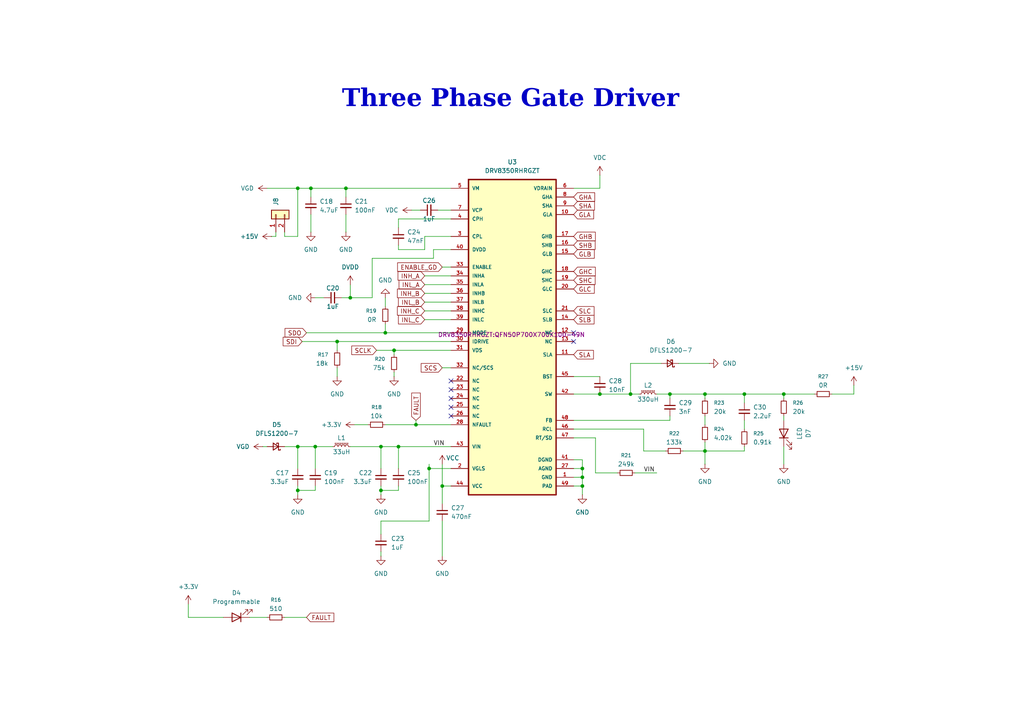
<source format=kicad_sch>
(kicad_sch (version 20250114) (generator "eeschema") (generator_version "9.0")
  (paper "A4")
  (title_block (title "Three Phase Gate Driver") (date "2025-06-10"))
  (lib_symbols
    (symbol "Connector_Generic:Conn_01x02" (pin_names (offset 1.016) (hide yes))
      (property "Reference" "J" (at 0 2.54 0))
      (property "Value" "Conn_01x02" (at 0 -5.08 0))
      (symbol "Conn_01x02_1_1"
        (rectangle (start -1.27 1.27) (end 1.27 -3.81) (stroke (width 0.254)) (fill (type background)))
        (rectangle (start -1.27 0.127) (end 0 -0.127) (stroke (width 0.1524)))
        (rectangle (start -1.27 -2.413) (end 0 -2.667) (stroke (width 0.1524)))
        (pin passive line (at -5.08 0 0) (length 3.81) (name "Pin_1") (number "1"))
        (pin passive line (at -5.08 -2.54 0) (length 3.81) (name "Pin_2") (number "2"))
      )
    )
    (symbol "DRV8350RHRGZT:DRV8350RHRGZT" (pin_names (offset 1.016))
      (property "Reference" "U1" (at 0 50.8 0))
      (property "Value" "DRV8350RHRGZT" (at 0 48.26 0))
      (symbol "DRV8350RHRGZT_0_0"
        (rectangle (start -12.7 -45.72) (end 12.7 45.72) (stroke (width 0.41)) (fill (type background)))
        (pin power_in line (at -17.78 43.18 0) (length 5.08) (name "VM") (number "5"))
        (pin power_in line (at -17.78 36.83 0) (length 5.08) (name "VCP") (number "7"))
        (pin power_in line (at -17.78 34.29 0) (length 5.08) (name "CPH") (number "4"))
        (pin power_in line (at -17.78 29.21 0) (length 5.08) (name "CPL") (number "3"))
        (pin power_in line (at -17.78 25.4 0) (length 5.08) (name "DVDD") (number "40"))
        (pin input line (at -17.78 20.32 0) (length 5.08) (name "ENABLE") (number "33"))
        (pin input line (at -17.78 17.78 0) (length 5.08) (name "INHA") (number "34"))
        (pin input line (at -17.78 15.24 0) (length 5.08) (name "INLA") (number "35"))
        (pin input line (at -17.78 12.7 0) (length 5.08) (name "INHB") (number "36"))
        (pin input line (at -17.78 10.16 0) (length 5.08) (name "INLB") (number "37"))
        (pin input line (at -17.78 7.62 0) (length 5.08) (name "INHC") (number "38"))
        (pin input line (at -17.78 5.08 0) (length 5.08) (name "INLC") (number "39"))
        (pin input line (at -17.78 1.27 0) (length 5.08) (name "MODE") (number "29"))
        (pin input line (at -17.78 -1.27 0) (length 5.08) (name "IDRIVE") (number "30"))
        (pin input line (at -17.78 -3.81 0) (length 5.08) (name "VDS") (number "31"))
        (pin output line (at -17.78 -25.4 0) (length 5.08) (name "NFAULT") (number "28"))
        (pin input line (at -17.78 -31.75 0) (length 5.08) (name "VIN") (number "43"))
        (pin power_in line (at -17.78 -38.1 0) (length 5.08) (name "VGLS") (number "2"))
        (pin power_in line (at -17.78 -43.18 0) (length 5.08) (name "VCC") (number "44"))
        (pin input line (at 17.78 43.18 180) (length 5.08) (name "VDRAIN") (number "6"))
        (pin output line (at 17.78 40.64 180) (length 5.08) (name "GHA") (number "8"))
        (pin input line (at 17.78 38.1 180) (length 5.08) (name "SHA") (number "9"))
        (pin output line (at 17.78 35.56 180) (length 5.08) (name "GLA") (number "10"))
        (pin output line (at 17.78 29.21 180) (length 5.08) (name "GHB") (number "17"))
        (pin input line (at 17.78 26.67 180) (length 5.08) (name "SHB") (number "16"))
        (pin output line (at 17.78 24.13 180) (length 5.08) (name "GLB") (number "15"))
        (pin output line (at 17.78 19.05 180) (length 5.08) (name "GHC") (number "18"))
        (pin input line (at 17.78 16.51 180) (length 5.08) (name "SHC") (number "19"))
        (pin output line (at 17.78 13.97 180) (length 5.08) (name "GLC") (number "20"))
        (pin input line (at 17.78 7.62 180) (length 5.08) (name "SLC") (number "21"))
        (pin input line (at 17.78 5.08 180) (length 5.08) (name "SLB") (number "14"))
        (pin input line (at 17.78 -5.08 180) (length 5.08) (name "SLA") (number "11"))
        (pin power_in line (at 17.78 -11.43 180) (length 5.08) (name "BST") (number "45"))
        (pin output line (at 17.78 -16.51 180) (length 5.08) (name "SW") (number "42"))
        (pin input line (at 17.78 -24.13 180) (length 5.08) (name "FB") (number "48"))
        (pin input line (at 17.78 -26.67 180) (length 5.08) (name "RCL") (number "46"))
        (pin input line (at 17.78 -29.21 180) (length 5.08) (name "RT/SD") (number "47"))
        (pin power_in line (at 17.78 -35.56 180) (length 5.08) (name "DGND") (number "41"))
        (pin power_in line (at 17.78 -38.1 180) (length 5.08) (name "AGND") (number "27"))
        (pin power_in line (at 17.78 -40.64 180) (length 5.08) (name "GND") (number "1"))
      )
      (symbol "DRV8350RHRGZT_1_0"
        (pin power_in line (at 17.78 -43.18 180) (length 5.08) (name "PAD") (number "49"))
      )
      (symbol "DRV8350RHRGZT_1_1"
        (pin input line (at -17.78 -8.89 0) (length 5.08) (name "NC/SCS") (number "32"))
        (pin input line (at -17.78 -12.7 0) (length 5.08) (name "NC") (number "22"))
        (pin input line (at -17.78 -15.24 0) (length 5.08) (name "NC") (number "23"))
        (pin input line (at -17.78 -17.78 0) (length 5.08) (name "NC") (number "24"))
        (pin input line (at -17.78 -20.32 0) (length 5.08) (name "NC") (number "25"))
        (pin input line (at -17.78 -22.86 0) (length 5.08) (name "NC") (number "26"))
        (pin input line (at 17.78 1.27 180) (length 5.08) (name "NC") (number "12"))
        (pin input line (at 17.78 -1.27 180) (length 5.08) (name "NC") (number "13"))
      )
    )
    (symbol "Device:C_Small" (pin_numbers (hide yes)) (pin_names (offset 0.254) (hide yes))
      (property "Reference" "C" (at 0.254 1.778 0))
      (property "Value" "C_Small" (at 0.254 -2.032 0))
      (symbol "C_Small_0_1"
        (polyline (pts (xy -1.524 0.508) (xy 1.524 0.508)) (stroke (width 0.3048)))
        (polyline (pts (xy -1.524 -0.508) (xy 1.524 -0.508)) (stroke (width 0.3302)))
      )
      (symbol "C_Small_1_1"
        (pin passive line (at 0 2.54 270) (length 2.032) (name "~") (number "1"))
        (pin passive line (at 0 -2.54 90) (length 2.032) (name "~") (number "2"))
      )
    )
    (symbol "Device:D_Schottky_Small" (pin_numbers (hide yes)) (pin_names (offset 0.254) (hide yes))
      (property "Reference" "D" (at -1.27 2.032 0))
      (property "Value" "D_Schottky_Small" (at -7.112 -2.032 0))
      (symbol "D_Schottky_Small_0_1"
        (polyline (pts (xy -1.27 0.762) (xy -1.27 1.016) (xy -0.762 1.016) (xy -0.762 -1.016) (xy -0.254 -1.016) (xy -0.254 -0.762)) (stroke (width 0.254)))
        (polyline (pts (xy -0.762 0) (xy 0.762 0)))
        (polyline (pts (xy 0.762 -1.016) (xy -0.762 0) (xy 0.762 1.016) (xy 0.762 -1.016)) (stroke (width 0.254)))
      )
      (symbol "D_Schottky_Small_1_1"
        (pin passive line (at -2.54 0 0) (length 1.778) (name "K") (number "1"))
        (pin passive line (at 2.54 0 180) (length 1.778) (name "A") (number "2"))
      )
    )
    (symbol "Device:LED" (pin_numbers (hide yes)) (pin_names (offset 1.016) (hide yes))
      (property "Reference" "D" (at 0 2.54 0))
      (property "Value" "LED" (at 0 -2.54 0))
      (symbol "LED_0_1"
        (polyline (pts (xy -3.048 -0.762) (xy -4.572 -2.286) (xy -3.81 -2.286) (xy -4.572 -2.286) (xy -4.572 -1.524)))
        (polyline (pts (xy -1.778 -0.762) (xy -3.302 -2.286) (xy -2.54 -2.286) (xy -3.302 -2.286) (xy -3.302 -1.524)))
        (polyline (pts (xy -1.27 0) (xy 1.27 0)))
        (polyline (pts (xy -1.27 -1.27) (xy -1.27 1.27)) (stroke (width 0.254)))
        (polyline (pts (xy 1.27 -1.27) (xy 1.27 1.27) (xy -1.27 0) (xy 1.27 -1.27)) (stroke (width 0.254)))
      )
      (symbol "LED_1_1"
        (pin passive line (at -3.81 0 0) (length 2.54) (name "K") (number "1"))
        (pin passive line (at 3.81 0 180) (length 2.54) (name "A") (number "2"))
      )
    )
    (symbol "Device:L_Ferrite_Small" (pin_numbers (hide yes)) (pin_names (offset 0.254) (hide yes))
      (property "Reference" "L" (at 1.27 1.016 0))
      (property "Value" "L_Ferrite_Small" (at 1.27 -1.27 0))
      (symbol "L_Ferrite_Small_0_1"
        (arc (start 0 2.032) (mid 0.5058 1.524) (end 0 1.016))
        (arc (start 0 1.016) (mid 0.5058 0.508) (end 0 0))
        (arc (start 0 0) (mid 0.5058 -0.508) (end 0 -1.016))
        (arc (start 0 -1.016) (mid 0.5058 -1.524) (end 0 -2.032))
        (polyline (pts (xy 0.762 1.651) (xy 0.762 1.905)))
        (polyline (pts (xy 0.762 1.143) (xy 0.762 1.397)))
        (polyline (pts (xy 0.762 0.635) (xy 0.762 0.889)))
        (polyline (pts (xy 0.762 0.127) (xy 0.762 0.381)))
        (polyline (pts (xy 0.762 -0.381) (xy 0.762 -0.127)))
        (polyline (pts (xy 0.762 -0.889) (xy 0.762 -0.635)))
        (polyline (pts (xy 0.762 -1.397) (xy 0.762 -1.143)))
        (polyline (pts (xy 0.762 -1.905) (xy 0.762 -1.651)))
        (polyline (pts (xy 1.016 1.905) (xy 1.016 1.651)))
        (polyline (pts (xy 1.016 1.397) (xy 1.016 1.143)))
        (polyline (pts (xy 1.016 0.889) (xy 1.016 0.635)))
        (polyline (pts (xy 1.016 0.381) (xy 1.016 0.127)))
        (polyline (pts (xy 1.016 -0.127) (xy 1.016 -0.381)))
        (polyline (pts (xy 1.016 -0.635) (xy 1.016 -0.889)))
        (polyline (pts (xy 1.016 -1.143) (xy 1.016 -1.397)))
        (polyline (pts (xy 1.016 -1.651) (xy 1.016 -1.905)))
      )
      (symbol "L_Ferrite_Small_1_1"
        (pin passive line (at 0 2.54 270) (length 0.508) (name "~") (number "1"))
        (pin passive line (at 0 -2.54 90) (length 0.508) (name "~") (number "2"))
      )
    )
    (symbol "Device:R_Small" (pin_numbers (hide yes)) (pin_names (offset 0.254) (hide yes))
      (property "Reference" "R" (at 0 0 90))
      (property "Value" "R_Small" (at 1.778 0 90))
      (symbol "R_Small_0_1"
        (rectangle (start -0.762 1.778) (end 0.762 -1.778) (stroke (width 0.2032)))
      )
      (symbol "R_Small_1_1"
        (pin passive line (at 0 2.54 270) (length 0.762) (name "~") (number "1"))
        (pin passive line (at 0 -2.54 90) (length 0.762) (name "~") (number "2"))
      )
    )
    (symbol "power:+15V" (power) (pin_numbers (hide yes)) (pin_names (offset 0) (hide yes))
      (property "Value" "+15V" (at 0 3.556 0))
      (symbol "+15V_0_1"
        (polyline (pts (xy -0.762 1.27) (xy 0 2.54)))
        (polyline (pts (xy 0 2.54) (xy 0.762 1.27)))
        (polyline (pts (xy 0 0) (xy 0 2.54)))
      )
      (symbol "+15V_1_1"
        (pin power_in line (at 0 0 90) (length 0) (name "~") (number "1"))
      )
    )
    (symbol "power:GND" (power) (pin_numbers (hide yes)) (pin_names (offset 0) (hide yes))
      (property "Value" "GND" (at 0 -3.81 0))
      (symbol "GND_0_1"
        (polyline (pts (xy 0 0) (xy 0 -1.27) (xy 1.27 -1.27) (xy 0 -2.54) (xy -1.27 -1.27) (xy 0 -1.27)))
      )
      (symbol "GND_1_1"
        (pin power_in line (at 0 0 270) (length 0) (name "~") (number "1"))
      )
    )
    (symbol "power:VCC" (power) (pin_numbers (hide yes)) (pin_names (offset 0) (hide yes))
      (property "Value" "VCC" (at 0 3.556 0))
      (symbol "VCC_0_1"
        (polyline (pts (xy -0.762 1.27) (xy 0 2.54)))
        (polyline (pts (xy 0 2.54) (xy 0.762 1.27)))
        (polyline (pts (xy 0 0) (xy 0 2.54)))
      )
      (symbol "VCC_1_1"
        (pin power_in line (at 0 0 90) (length 0) (name "~") (number "1"))
      )
    )
  )
  (text "Three Phase Gate Driver" (at 148.082 30.226 0) (effects (font (size 5.08 5.08) (bold yes))))
  (junction (at 120.65 123.19))
  (junction (at 110.49 129.54))
  (junction (at 114.3 101.6))
  (junction (at 215.9 114.3))
  (junction (at 173.99 114.3))
  (junction (at 194.31 114.3))
  (junction (at 86.36 54.61))
  (junction (at 111.76 96.52))
  (junction (at 204.47 130.81))
  (junction (at 100.33 54.61))
  (junction (at 86.36 129.54))
  (junction (at 86.36 142.24))
  (junction (at 227.33 114.3))
  (junction (at 124.46 135.89))
  (junction (at 168.91 138.43))
  (junction (at 168.91 140.97))
  (junction (at 168.91 135.89))
  (junction (at 204.47 114.3))
  (junction (at 115.57 129.54))
  (junction (at 97.79 99.06))
  (junction (at 101.6 86.36))
  (junction (at 110.49 142.24))
  (junction (at 182.88 114.3))
  (junction (at 90.17 54.61))
  (junction (at 91.44 129.54))
  (junction (at 128.27 140.97))
  (no_connect (at 130.81 120.65))
  (no_connect (at 166.37 99.06))
  (no_connect (at 130.81 118.11))
  (no_connect (at 166.37 96.52))
  (no_connect (at 130.81 113.03))
  (no_connect (at 130.81 115.57))
  (no_connect (at 130.81 110.49))
  (wire (pts (xy 166.37 140.97) (xy 168.91 140.97)))
  (wire (pts (xy 227.33 134.62) (xy 227.33 129.54)))
  (wire (pts (xy 130.81 68.58) (xy 123.19 68.58)))
  (wire (pts (xy 182.88 114.3) (xy 185.42 114.3)))
  (wire (pts (xy 78.74 68.58) (xy 80.01 68.58)))
  (wire (pts (xy 123.19 87.63) (xy 130.81 87.63)))
  (wire (pts (xy 107.95 86.36) (xy 101.6 86.36)))
  (wire (pts (xy 101.6 82.55) (xy 101.6 86.36)))
  (wire (pts (xy 194.31 121.92) (xy 194.31 120.65)))
  (wire (pts (xy 115.57 129.54) (xy 130.81 129.54)))
  (wire (pts (xy 168.91 143.51) (xy 168.91 140.97)))
  (wire (pts (xy 204.47 130.81) (xy 198.12 130.81)))
  (wire (pts (xy 215.9 130.81) (xy 204.47 130.81)))
  (wire (pts (xy 77.47 54.61) (xy 86.36 54.61)))
  (wire (pts (xy 86.36 142.24) (xy 86.36 140.97)))
  (wire (pts (xy 101.6 86.36) (xy 99.06 86.36)))
  (wire (pts (xy 109.22 101.6) (xy 114.3 101.6)))
  (wire (pts (xy 172.72 137.16) (xy 179.07 137.16)))
  (wire (pts (xy 215.9 129.54) (xy 215.9 130.81)))
  (wire (pts (xy 227.33 115.57) (xy 227.33 114.3)))
  (wire (pts (xy 115.57 63.5) (xy 115.57 66.04)))
  (wire (pts (xy 100.33 67.31) (xy 100.33 62.23)))
  (wire (pts (xy 90.17 54.61) (xy 100.33 54.61)))
  (wire (pts (xy 168.91 138.43) (xy 168.91 135.89)))
  (wire (pts (xy 123.19 85.09) (xy 130.81 85.09)))
  (wire (pts (xy 91.44 142.24) (xy 86.36 142.24)))
  (wire (pts (xy 107.95 74.93) (xy 107.95 86.36)))
  (wire (pts (xy 186.69 130.81) (xy 193.04 130.81)))
  (wire (pts (xy 110.49 151.13) (xy 110.49 154.94)))
  (wire (pts (xy 91.44 86.36) (xy 93.98 86.36)))
  (wire (pts (xy 54.61 175.26) (xy 54.61 179.07)))
  (wire (pts (xy 90.17 54.61) (xy 90.17 57.15)))
  (wire (pts (xy 194.31 115.57) (xy 194.31 114.3)))
  (wire (pts (xy 128.27 106.68) (xy 130.81 106.68)))
  (wire (pts (xy 184.15 137.16) (xy 190.5 137.16)))
  (wire (pts (xy 123.19 92.71) (xy 130.81 92.71)))
  (wire (pts (xy 86.36 68.58) (xy 86.36 54.61)))
  (wire (pts (xy 115.57 129.54) (xy 115.57 135.89)))
  (wire (pts (xy 127 60.96) (xy 130.81 60.96)))
  (wire (pts (xy 96.52 129.54) (xy 91.44 129.54)))
  (wire (pts (xy 86.36 142.24) (xy 86.36 143.51)))
  (wire (pts (xy 128.27 140.97) (xy 128.27 146.05)))
  (wire (pts (xy 76.2 129.54) (xy 77.47 129.54)))
  (wire (pts (xy 204.47 115.57) (xy 204.47 114.3)))
  (wire (pts (xy 227.33 114.3) (xy 215.9 114.3)))
  (wire (pts (xy 166.37 109.22) (xy 173.99 109.22)))
  (wire (pts (xy 82.55 68.58) (xy 86.36 68.58)))
  (wire (pts (xy 186.69 124.46) (xy 186.69 130.81)))
  (wire (pts (xy 114.3 101.6) (xy 130.81 101.6)))
  (wire (pts (xy 125.73 74.93) (xy 107.95 74.93)))
  (wire (pts (xy 110.49 129.54) (xy 110.49 135.89)))
  (wire (pts (xy 86.36 129.54) (xy 82.55 129.54)))
  (wire (pts (xy 124.46 135.89) (xy 130.81 135.89)))
  (wire (pts (xy 124.46 135.89) (xy 124.46 151.13)))
  (wire (pts (xy 204.47 134.62) (xy 204.47 130.81)))
  (wire (pts (xy 110.49 142.24) (xy 110.49 140.97)))
  (wire (pts (xy 173.99 54.61) (xy 173.99 50.8)))
  (wire (pts (xy 110.49 161.29) (xy 110.49 160.02)))
  (wire (pts (xy 111.76 93.98) (xy 111.76 96.52)))
  (wire (pts (xy 97.79 99.06) (xy 130.81 99.06)))
  (wire (pts (xy 91.44 129.54) (xy 91.44 135.89)))
  (wire (pts (xy 88.9 96.52) (xy 111.76 96.52)))
  (wire (pts (xy 91.44 140.97) (xy 91.44 142.24)))
  (wire (pts (xy 110.49 143.51) (xy 110.49 142.24)))
  (wire (pts (xy 125.73 72.39) (xy 125.73 74.93)))
  (wire (pts (xy 110.49 129.54) (xy 115.57 129.54)))
  (wire (pts (xy 247.65 111.76) (xy 247.65 114.3)))
  (wire (pts (xy 90.17 67.31) (xy 90.17 62.23)))
  (wire (pts (xy 130.81 123.19) (xy 120.65 123.19)))
  (wire (pts (xy 182.88 105.41) (xy 182.88 114.3)))
  (wire (pts (xy 247.65 114.3) (xy 241.3 114.3)))
  (wire (pts (xy 215.9 121.92) (xy 215.9 124.46)))
  (wire (pts (xy 166.37 124.46) (xy 186.69 124.46)))
  (wire (pts (xy 120.65 123.19) (xy 111.76 123.19)))
  (wire (pts (xy 101.6 129.54) (xy 110.49 129.54)))
  (wire (pts (xy 97.79 109.22) (xy 97.79 106.68)))
  (wire (pts (xy 123.19 68.58) (xy 123.19 72.39)))
  (wire (pts (xy 119.38 60.96) (xy 121.92 60.96)))
  (wire (pts (xy 80.01 68.58) (xy 80.01 67.31)))
  (wire (pts (xy 191.77 105.41) (xy 182.88 105.41)))
  (wire (pts (xy 97.79 101.6) (xy 97.79 99.06)))
  (wire (pts (xy 86.36 54.61) (xy 90.17 54.61)))
  (wire (pts (xy 120.65 121.92) (xy 120.65 123.19)))
  (wire (pts (xy 168.91 133.35) (xy 166.37 133.35)))
  (wire (pts (xy 123.19 90.17) (xy 130.81 90.17)))
  (wire (pts (xy 114.3 109.22) (xy 114.3 107.95)))
  (wire (pts (xy 123.19 72.39) (xy 115.57 72.39)))
  (wire (pts (xy 227.33 114.3) (xy 236.22 114.3)))
  (wire (pts (xy 86.36 129.54) (xy 86.36 135.89)))
  (wire (pts (xy 168.91 135.89) (xy 168.91 133.35)))
  (wire (pts (xy 100.33 57.15) (xy 100.33 54.61)))
  (wire (pts (xy 166.37 138.43) (xy 168.91 138.43)))
  (wire (pts (xy 194.31 114.3) (xy 190.5 114.3)))
  (wire (pts (xy 166.37 54.61) (xy 173.99 54.61)))
  (wire (pts (xy 72.39 179.07) (xy 77.47 179.07)))
  (wire (pts (xy 166.37 114.3) (xy 173.99 114.3)))
  (wire (pts (xy 82.55 67.31) (xy 82.55 68.58)))
  (wire (pts (xy 204.47 114.3) (xy 194.31 114.3)))
  (wire (pts (xy 128.27 161.29) (xy 128.27 151.13)))
  (wire (pts (xy 102.87 123.19) (xy 106.68 123.19)))
  (wire (pts (xy 166.37 127) (xy 172.72 127)))
  (wire (pts (xy 168.91 140.97) (xy 168.91 138.43)))
  (wire (pts (xy 166.37 135.89) (xy 168.91 135.89)))
  (wire (pts (xy 124.46 134.62) (xy 124.46 135.89)))
  (wire (pts (xy 124.46 151.13) (xy 110.49 151.13)))
  (wire (pts (xy 128.27 77.47) (xy 130.81 77.47)))
  (wire (pts (xy 130.81 140.97) (xy 128.27 140.97)))
  (wire (pts (xy 128.27 134.62) (xy 128.27 140.97)))
  (wire (pts (xy 204.47 128.27) (xy 204.47 130.81)))
  (wire (pts (xy 205.74 105.41) (xy 196.85 105.41)))
  (wire (pts (xy 114.3 101.6) (xy 114.3 102.87)))
  (wire (pts (xy 123.19 82.55) (xy 130.81 82.55)))
  (wire (pts (xy 82.55 179.07) (xy 88.9 179.07)))
  (wire (pts (xy 166.37 121.92) (xy 194.31 121.92)))
  (wire (pts (xy 130.81 96.52) (xy 111.76 96.52)))
  (wire (pts (xy 100.33 54.61) (xy 130.81 54.61)))
  (wire (pts (xy 115.57 140.97) (xy 115.57 142.24)))
  (wire (pts (xy 111.76 86.36) (xy 111.76 88.9)))
  (wire (pts (xy 123.19 80.01) (xy 130.81 80.01)))
  (wire (pts (xy 87.63 99.06) (xy 97.79 99.06)))
  (wire (pts (xy 130.81 63.5) (xy 115.57 63.5)))
  (wire (pts (xy 173.99 114.3) (xy 182.88 114.3)))
  (wire (pts (xy 115.57 72.39) (xy 115.57 71.12)))
  (wire (pts (xy 54.61 179.07) (xy 64.77 179.07)))
  (wire (pts (xy 172.72 127) (xy 172.72 137.16)))
  (wire (pts (xy 130.81 72.39) (xy 125.73 72.39)))
  (wire (pts (xy 115.57 142.24) (xy 110.49 142.24)))
  (wire (pts (xy 204.47 120.65) (xy 204.47 123.19)))
  (wire (pts (xy 227.33 120.65) (xy 227.33 121.92)))
  (wire (pts (xy 91.44 129.54) (xy 86.36 129.54)))
  (wire (pts (xy 215.9 116.84) (xy 215.9 114.3)))
  (wire (pts (xy 215.9 114.3) (xy 204.47 114.3)))
  (label "VIN" (at 186.69 137.16 0))
  (label "VIN" (at 125.73 129.54 0))
  (global_label "GHC" (shape input) (at 166.37 78.74 0) (property "Intersheetrefs" "${INTERSHEET_REFS}" (effects (hide yes))))
  (global_label "INL_B" (shape input) (at 123.19 87.63 180) (property "Intersheetrefs" "${INTERSHEET_REFS}" (effects (hide yes))))
  (global_label "SLC" (shape input) (at 166.37 90.17 0) (property "Intersheetrefs" "${INTERSHEET_REFS}" (effects (hide yes))))
  (global_label "ENABLE_GD" (shape input) (at 128.27 77.47 180) (property "Intersheetrefs" "${INTERSHEET_REFS}" (effects (hide yes))))
  (global_label "GLC" (shape input) (at 166.37 83.82 0) (property "Intersheetrefs" "${INTERSHEET_REFS}" (effects (hide yes))))
  (global_label "SHB" (shape input) (at 166.37 71.12 0) (property "Intersheetrefs" "${INTERSHEET_REFS}" (effects (hide yes))))
  (global_label "SCLK" (shape input) (at 109.22 101.6 180) (property "Intersheetrefs" "${INTERSHEET_REFS}" (effects (hide yes))))
  (global_label "GHA" (shape input) (at 166.37 57.15 0) (property "Intersheetrefs" "${INTERSHEET_REFS}" (effects (hide yes))))
  (global_label "INH_A" (shape input) (at 123.19 80.01 180) (property "Intersheetrefs" "${INTERSHEET_REFS}" (effects (hide yes))))
  (global_label "FAULT" (shape input) (at 88.9 179.07 0) (property "Intersheetrefs" "${INTERSHEET_REFS}" (effects (hide yes))))
  (global_label "SHA" (shape input) (at 166.37 59.69 0) (property "Intersheetrefs" "${INTERSHEET_REFS}" (effects (hide yes))))
  (global_label "INL_A" (shape input) (at 123.19 82.55 180) (property "Intersheetrefs" "${INTERSHEET_REFS}" (effects (hide yes))))
  (global_label "GLA" (shape input) (at 166.37 62.23 0) (property "Intersheetrefs" "${INTERSHEET_REFS}" (effects (hide yes))))
  (global_label "SHC" (shape input) (at 166.37 81.28 0) (property "Intersheetrefs" "${INTERSHEET_REFS}" (effects (hide yes))))
  (global_label "INH_C" (shape input) (at 123.19 90.17 180) (property "Intersheetrefs" "${INTERSHEET_REFS}" (effects (hide yes))))
  (global_label "INH_B" (shape input) (at 123.19 85.09 180) (property "Intersheetrefs" "${INTERSHEET_REFS}" (effects (hide yes))))
  (global_label "SCS" (shape input) (at 128.27 106.68 180) (property "Intersheetrefs" "${INTERSHEET_REFS}" (effects (hide yes))))
  (global_label "GHB" (shape input) (at 166.37 68.58 0) (property "Intersheetrefs" "${INTERSHEET_REFS}" (effects (hide yes))))
  (global_label "INL_C" (shape input) (at 123.19 92.71 180) (property "Intersheetrefs" "${INTERSHEET_REFS}" (effects (hide yes))))
  (global_label "SLA" (shape input) (at 166.37 102.87 0) (property "Intersheetrefs" "${INTERSHEET_REFS}" (effects (hide yes))))
  (global_label "SDO" (shape input) (at 88.9 96.52 180) (property "Intersheetrefs" "${INTERSHEET_REFS}" (effects (hide yes))))
  (global_label "FAULT" (shape input) (at 120.65 121.92 90) (property "Intersheetrefs" "${INTERSHEET_REFS}" (effects (hide yes))))
  (global_label "SLB" (shape input) (at 166.37 92.71 0) (property "Intersheetrefs" "${INTERSHEET_REFS}" (effects (hide yes))))
  (global_label "GLB" (shape input) (at 166.37 73.66 0) (property "Intersheetrefs" "${INTERSHEET_REFS}" (effects (hide yes))))
  (global_label "SDI" (shape input) (at 87.63 99.06 180) (property "Intersheetrefs" "${INTERSHEET_REFS}" (effects (hide yes))))
  (symbol (lib_id "power:GND") (at 86.36 143.51 0) (unit 1)
    (property "Reference" "#PWR036" (effects (hide yes)))
    (property "Value" "GND" (at 86.36 148.59 0))
    (property "Description" "Power symbol creates a global label with name \"GND\" , ground" (effects (hide yes)))
  )
  (symbol (lib_id "Device:C_Small") (at 110.49 157.48 0) (unit 1)
    (property "Reference" "C23" (at 113.4076 156.2162 0) (effects (justify left)))
    (property "Value" "1uF" (at 113.4076 158.7562 0) (effects (justify left)))
    (property "Footprint" "Capacitor_SMD:C_0603_1608Metric" (effects (hide yes)))
    (property "Description" "Unpolarized capacitor, small symbol" (effects (hide yes)))
  )
  (symbol (lib_id "power:GND") (at 128.27 161.29 0) (unit 1)
    (property "Reference" "#PWR049" (effects (hide yes)))
    (property "Value" "GND" (at 128.27 166.37 0))
    (property "Description" "Power symbol creates a global label with name \"GND\" , ground" (effects (hide yes)))
  )
  (symbol (lib_id "Device:R_Small") (at 111.76 91.44 0) (mirror x) (unit 1)
    (property "Reference" "R19" (at 109.22 90.1699 0) (effects (font (size 1.016 1.016)) (justify right)))
    (property "Value" "0R" (at 109.22 92.7099 0) (effects (justify right)))
    (property "Footprint" "Resistor_SMD:R_0603_1608Metric" (effects (hide yes)))
    (property "Description" "Resistor, small symbol" (effects (hide yes)))
  )
  (symbol (lib_id "Device:R_Small") (at 195.58 130.81 270) (unit 1)
    (property "Reference" "R22" (at 195.58 125.73 90) (effects (font (size 1.016 1.016))))
    (property "Value" "133k" (at 195.58 128.27 90))
    (property "Footprint" "Resistor_SMD:R_0603_1608Metric" (effects (hide yes)))
    (property "Description" "Resistor, small symbol" (effects (hide yes)))
  )
  (symbol (lib_id "power:+15V") (at 101.6 82.55 0) (unit 1)
    (property "Reference" "#PWR041" (effects (hide yes)))
    (property "Value" "DVDD" (at 101.6 77.47 0))
    (property "Description" "Power symbol creates a global label with name \"+15V\"" (effects (hide yes)))
  )
  (symbol (lib_id "power:+15V") (at 128.27 134.62 0) (unit 1)
    (property "Reference" "#PWR048" (effects (hide yes)))
    (property "Value" "VCC" (at 131.318 132.842 0))
    (property "Description" "Power symbol creates a global label with name \"+15V\"" (effects (hide yes)))
  )
  (symbol (lib_id "Device:C_Small") (at 110.49 138.43 0) (mirror y) (unit 1)
    (property "Reference" "C22" (at 107.95 137.1662 0) (effects (justify left)))
    (property "Value" "3.3uF" (at 107.95 139.7062 0) (effects (justify left)))
    (property "Footprint" "Capacitor_SMD:C_1206_3216Metric" (effects (hide yes)))
    (property "Description" "Unpolarized capacitor, small symbol" (effects (hide yes)))
  )
  (symbol (lib_id "Device:C_Small") (at 90.17 59.69 0) (unit 1)
    (property "Reference" "C18" (at 92.71 58.4262 0) (effects (justify left)))
    (property "Value" "4.7uF" (at 92.71 60.9662 0) (effects (justify left)))
    (property "Footprint" "Capacitor_SMD:C_2220_5750Metric" (effects (hide yes)))
    (property "Description" "Unpolarized capacitor, small symbol" (effects (hide yes)))
  )
  (symbol (lib_id "power:GND") (at 97.79 109.22 0) (unit 1)
    (property "Reference" "#PWR039" (effects (hide yes)))
    (property "Value" "GND" (at 97.79 114.3 0))
    (property "Description" "Power symbol creates a global label with name \"GND\" , ground" (effects (hide yes)))
  )
  (symbol (lib_id "power:GND") (at 91.44 86.36 270) (unit 1)
    (property "Reference" "#PWR038" (effects (hide yes)))
    (property "Value" "GND" (at 87.63 86.3599 90) (effects (justify right)))
    (property "Description" "Power symbol creates a global label with name \"GND\" , ground" (effects (hide yes)))
  )
  (symbol (lib_id "Device:C_Small") (at 115.57 68.58 0) (unit 1)
    (property "Reference" "C24" (at 118.11 67.3162 0) (effects (justify left)))
    (property "Value" "47nF" (at 118.11 69.8562 0) (effects (justify left)))
    (property "Footprint" "Capacitor_SMD:C_0603_1608Metric" (effects (hide yes)))
    (property "Description" "Unpolarized capacitor, small symbol" (effects (hide yes)))
  )
  (symbol (lib_id "Device:C_Small") (at 96.52 86.36 90) (unit 1)
    (property "Reference" "C20" (at 96.52 83.566 90))
    (property "Value" "1uF" (at 96.52 88.9 90))
    (property "Footprint" "Capacitor_SMD:C_0603_1608Metric" (effects (hide yes)))
    (property "Description" "Unpolarized capacitor, small symbol" (effects (hide yes)))
  )
  (symbol (lib_id "power:GND") (at 227.33 134.62 0) (unit 1)
    (property "Reference" "#PWR054" (effects (hide yes)))
    (property "Value" "GND" (at 227.33 139.7 0))
    (property "Description" "Power symbol creates a global label with name \"GND\" , ground" (effects (hide yes)))
  )
  (symbol (lib_id "Device:R_Small") (at 215.9 127 180) (unit 1)
    (property "Reference" "R25" (at 218.44 125.7299 0) (effects (font (size 1.016 1.016)) (justify right)))
    (property "Value" "0.91k" (at 218.44 128.2699 0) (effects (justify right)))
    (property "Footprint" "Resistor_SMD:R_0603_1608Metric" (effects (hide yes)))
    (property "Description" "Resistor, small symbol" (effects (hide yes)))
  )
  (symbol (lib_id "Device:C_Small") (at 91.44 138.43 0) (unit 1)
    (property "Reference" "C19" (at 93.98 137.1662 0) (effects (justify left)))
    (property "Value" "100nF" (at 93.98 139.7062 0) (effects (justify left)))
    (property "Footprint" "Capacitor_SMD:C_0603_1608Metric" (effects (hide yes)))
    (property "Description" "Unpolarized capacitor, small symbol" (effects (hide yes)))
  )
  (symbol (lib_id "power:+15V") (at 77.47 54.61 90) (unit 1)
    (property "Reference" "#PWR034" (effects (hide yes)))
    (property "Value" "VGD" (at 73.66 54.6099 90) (effects (justify left)))
    (property "Description" "Power symbol creates a global label with name \"+15V\"" (effects (hide yes)))
  )
  (symbol (lib_id "power:+15V") (at 119.38 60.96 90) (unit 1)
    (property "Reference" "#PWR047" (effects (hide yes)))
    (property "Value" "VDC" (at 115.57 60.9599 90) (effects (justify left)))
    (property "Description" "Power symbol creates a global label with name \"+15V\"" (effects (hide yes)))
  )
  (symbol (lib_id "Device:R_Small") (at 204.47 125.73 180) (unit 1)
    (property "Reference" "R24" (at 207.01 124.4599 0) (effects (font (size 1.016 1.016)) (justify right)))
    (property "Value" "4.02k" (at 207.01 126.9999 0) (effects (justify right)))
    (property "Footprint" "Resistor_SMD:R_0603_1608Metric" (effects (hide yes)))
    (property "Description" "Resistor, small symbol" (effects (hide yes)))
  )
  (symbol (lib_id "power:GND") (at 168.91 143.51 0) (unit 1)
    (property "Reference" "#PWR050" (effects (hide yes)))
    (property "Value" "GND" (at 168.91 148.59 0))
    (property "Description" "Power symbol creates a global label with name \"GND\" , ground" (effects (hide yes)))
  )
  (symbol (lib_id "Connector_Generic:Conn_01x02") (at 80.01 62.23 90) (unit 1)
    (property "Reference" "J8" (at 80.0099 59.69 0) (effects (justify left)))
    (property "Value" "Conn_01x02" (effects (hide yes)))
    (property "Footprint" "Connector_PinHeader_2.54mm:PinHeader_1x02_P2.54mm_Vertical" (effects (hide yes)))
    (property "Description" "Generic connector, single row, 01x02, script generated (kicad-library-utils/schlib/autogen/connector/)" (effects (hide yes)))
  )
  (symbol (lib_id "Device:R_Small") (at 181.61 137.16 270) (unit 1)
    (property "Reference" "R21" (at 181.61 132.08 90) (effects (font (size 1.016 1.016))))
    (property "Value" "249k" (at 181.61 134.62 90))
    (property "Footprint" "Resistor_SMD:R_0603_1608Metric" (effects (hide yes)))
    (property "Description" "Resistor, small symbol" (effects (hide yes)))
  )
  (symbol (lib_id "Device:C_Small") (at 173.99 111.76 0) (unit 1)
    (property "Reference" "C28" (at 176.53 110.4962 0) (effects (justify left)))
    (property "Value" "10nF" (at 176.53 113.0362 0) (effects (justify left)))
    (property "Footprint" "Capacitor_SMD:C_0603_1608Metric" (effects (hide yes)))
    (property "Description" "Unpolarized capacitor, small symbol" (effects (hide yes)))
  )
  (symbol (lib_id "Device:R_Small") (at 238.76 114.3 270) (unit 1)
    (property "Reference" "R27" (at 238.76 109.22 90) (effects (font (size 1.016 1.016))))
    (property "Value" "0R" (at 238.76 111.76 90))
    (property "Footprint" "Resistor_SMD:R_0603_1608Metric" (effects (hide yes)))
    (property "Description" "Resistor, small symbol" (effects (hide yes)))
  )
  (symbol (lib_id "Device:R_Small") (at 227.33 118.11 180) (unit 1)
    (property "Reference" "R26" (at 229.87 116.8399 0) (effects (font (size 1.016 1.016)) (justify right)))
    (property "Value" "20k" (at 229.87 119.3799 0) (effects (justify right)))
    (property "Footprint" "Resistor_SMD:R_0603_1608Metric" (effects (hide yes)))
    (property "Description" "Resistor, small symbol" (effects (hide yes)))
  )
  (symbol (lib_id "Device:D_Schottky_Small") (at 194.31 105.41 180) (unit 1)
    (property "Reference" "D6" (at 194.564 99.06 0))
    (property "Value" "DFLS1200-7" (at 194.564 101.6 0))
    (property "Footprint" "Diode_SMD:Nexperia_CFP3_SOD-123W" (effects (hide yes)))
    (property "Description" "Schottky diode, small symbol" (effects (hide yes)))
  )
  (symbol (lib_id "Device:C_Small") (at 194.31 118.11 0) (unit 1)
    (property "Reference" "C29" (at 196.85 116.8462 0) (effects (justify left)))
    (property "Value" "3nF" (at 196.85 119.3862 0) (effects (justify left)))
    (property "Footprint" "Capacitor_SMD:C_0603_1608Metric" (effects (hide yes)))
    (property "Description" "Unpolarized capacitor, small symbol" (effects (hide yes)))
  )
  (symbol (lib_id "Device:D_Schottky_Small") (at 80.01 129.54 180) (unit 1)
    (property "Reference" "D5" (at 80.264 123.19 0))
    (property "Value" "DFLS1200-7" (at 80.264 125.73 0))
    (property "Footprint" "Diode_SMD:Nexperia_CFP3_SOD-123W" (effects (hide yes)))
    (property "Description" "Schottky diode, small symbol" (effects (hide yes)))
  )
  (symbol (lib_id "DRV8350RHRGZT:DRV8350RHRGZT") (at 148.59 97.79 0) (unit 1)
    (property "Reference" "U3" (at 148.59 46.99 0))
    (property "Value" "DRV8350RHRGZT" (at 148.59 49.53 0))
    (property "Footprint" "DRV8350RHRGZT:QFN50P700X700X100-49N" (at 148.336 97.79 0) (effects (justify bottom)))
    (property "MF" "Texas Instruments" (effects (hide yes)))
    (property "Description_1" "102-V max 3-phase smart gate driver with buck regulator" (effects (hide yes)))
    (property "Package" "VQFN-48 Texas Instruments" (effects (hide yes)))
    (property "Price" "None" (effects (hide yes)))
    (property "SnapEDA_Link" "https://www.snapeda.com/parts/DRV8350RHRGZT/Texas+Instruments/view-part/?ref=snap" (effects (hide yes)))
    (property "MP" "DRV8350RHRGZT" (effects (hide yes)))
    (property "Availability" "In Stock" (effects (hide yes)))
    (property "Check_prices" "https://www.snapeda.com/parts/DRV8350RHRGZT/Texas+Instruments/view-part/?ref=eda" (effects (hide yes)))
  )
  (symbol (lib_id "power:+15V") (at 173.99 50.8 0) (unit 1)
    (property "Reference" "#PWR051" (effects (hide yes)))
    (property "Value" "VDC" (at 173.99 45.72 0))
    (property "Description" "Power symbol creates a global label with name \"+15V\"" (effects (hide yes)))
  )
  (symbol (lib_id "power:GND") (at 204.47 134.62 0) (unit 1)
    (property "Reference" "#PWR052" (effects (hide yes)))
    (property "Value" "GND" (at 204.47 139.7 0))
    (property "Description" "Power symbol creates a global label with name \"GND\" , ground" (effects (hide yes)))
  )
  (symbol (lib_id "Device:L_Ferrite_Small") (at 99.06 129.54 90) (unit 1)
    (property "Reference" "L1" (at 99.06 127 90))
    (property "Value" "33uH" (at 99.06 131.064 90))
    (property "Footprint" "Inductor_SMD:L_APV_ANR252010" (effects (hide yes)))
    (property "Description" "Inductor with ferrite core, small symbol" (effects (hide yes)))
  )
  (symbol (lib_id "Device:C_Small") (at 100.33 59.69 0) (unit 1)
    (property "Reference" "C21" (at 102.87 58.4262 0) (effects (justify left)))
    (property "Value" "100nF" (at 102.87 60.9662 0) (effects (justify left)))
    (property "Footprint" "Capacitor_SMD:C_0603_1608Metric" (effects (hide yes)))
    (property "Description" "Unpolarized capacitor, small symbol" (effects (hide yes)))
  )
  (symbol (lib_id "power:GND") (at 110.49 161.29 0) (unit 1)
    (property "Reference" "#PWR044" (effects (hide yes)))
    (property "Value" "GND" (at 110.49 166.37 0))
    (property "Description" "Power symbol creates a global label with name \"GND\" , ground" (effects (hide yes)))
  )
  (symbol (lib_id "power:GND") (at 205.74 105.41 90) (unit 1)
    (property "Reference" "#PWR053" (effects (hide yes)))
    (property "Value" "GND" (at 209.55 105.4099 90) (effects (justify right)))
    (property "Description" "Power symbol creates a global label with name \"GND\" , ground" (effects (hide yes)))
  )
  (symbol (lib_id "power:+15V") (at 78.74 68.58 90) (unit 1)
    (property "Reference" "#PWR035" (effects (hide yes)))
    (property "Value" "+15V" (at 74.93 68.5799 90) (effects (justify left)))
    (property "Description" "Power symbol creates a global label with name \"+15V\"" (effects (hide yes)))
  )
  (symbol (lib_id "power:GND") (at 110.49 143.51 0) (unit 1)
    (property "Reference" "#PWR043" (effects (hide yes)))
    (property "Value" "GND" (at 110.49 148.59 0))
    (property "Description" "Power symbol creates a global label with name \"GND\" , ground" (effects (hide yes)))
  )
  (symbol (lib_id "power:GND") (at 90.17 67.31 0) (unit 1)
    (property "Reference" "#PWR037" (effects (hide yes)))
    (property "Value" "GND" (at 90.17 72.39 0))
    (property "Description" "Power symbol creates a global label with name \"GND\" , ground" (effects (hide yes)))
  )
  (symbol (lib_id "Device:R_Small") (at 204.47 118.11 180) (unit 1)
    (property "Reference" "R23" (at 207.01 116.8399 0) (effects (font (size 1.016 1.016)) (justify right)))
    (property "Value" "20k" (at 207.01 119.3799 0) (effects (justify right)))
    (property "Footprint" "Resistor_SMD:R_0603_1608Metric" (effects (hide yes)))
    (property "Description" "Resistor, small symbol" (effects (hide yes)))
  )
  (symbol (lib_id "Device:L_Ferrite_Small") (at 187.96 114.3 90) (unit 1)
    (property "Reference" "L2" (at 187.96 111.76 90))
    (property "Value" "330uH" (at 187.96 115.824 90))
    (property "Footprint" "Inductor_SMD:L_APV_ANR6028" (effects (hide yes)))
    (property "Description" "Inductor with ferrite core, small symbol" (effects (hide yes)))
  )
  (symbol (lib_id "Device:R_Small") (at 80.01 179.07 90) (unit 1)
    (property "Reference" "R16" (at 80.01 173.99 90) (effects (font (size 1.016 1.016))))
    (property "Value" "510" (at 80.01 176.53 90))
    (property "Footprint" "Resistor_SMD:R_0603_1608Metric" (effects (hide yes)))
    (property "Description" "Resistor, small symbol" (effects (hide yes)))
  )
  (symbol (lib_id "power:+15V") (at 247.65 111.76 0) (unit 1)
    (property "Reference" "#PWR055" (effects (hide yes)))
    (property "Value" "+15V" (at 247.65 106.68 0))
    (property "Description" "Power symbol creates a global label with name \"+15V\"" (effects (hide yes)))
  )
  (symbol (lib_id "power:VCC") (at 54.61 175.26 0) (unit 1)
    (property "Reference" "#PWR032" (effects (hide yes)))
    (property "Value" "+3.3V" (at 54.61 170.18 0))
    (property "Description" "Power symbol creates a global label with name \"VCC\"" (effects (hide yes)))
  )
  (symbol (lib_id "Device:C_Small") (at 215.9 119.38 0) (unit 1)
    (property "Reference" "C30" (at 218.44 118.1162 0) (effects (justify left)))
    (property "Value" "2.2uF" (at 218.44 120.6562 0) (effects (justify left)))
    (property "Footprint" "Capacitor_SMD:C_0805_2012Metric" (effects (hide yes)))
    (property "Description" "Unpolarized capacitor, small symbol" (effects (hide yes)))
  )
  (symbol (lib_id "Device:R_Small") (at 114.3 105.41 0) (mirror x) (unit 1)
    (property "Reference" "R20" (at 111.76 104.1399 0) (effects (font (size 1.016 1.016)) (justify right)))
    (property "Value" "75k" (at 111.76 106.6799 0) (effects (justify right)))
    (property "Footprint" "Resistor_SMD:R_0603_1608Metric" (effects (hide yes)))
    (property "Description" "Resistor, small symbol" (effects (hide yes)))
  )
  (symbol (lib_id "Device:R_Small") (at 109.22 123.19 90) (unit 1)
    (property "Reference" "R18" (at 109.22 118.11 90) (effects (font (size 1.016 1.016))))
    (property "Value" "10k" (at 109.22 120.65 90))
    (property "Footprint" "Resistor_SMD:R_0603_1608Metric" (effects (hide yes)))
    (property "Description" "Resistor, small symbol" (effects (hide yes)))
  )
  (symbol (lib_id "Device:C_Small") (at 124.46 60.96 90) (unit 1)
    (property "Reference" "C26" (at 124.46 58.166 90))
    (property "Value" "1uF" (at 124.46 63.5 90))
    (property "Footprint" "Capacitor_SMD:C_0603_1608Metric" (effects (hide yes)))
    (property "Description" "Unpolarized capacitor, small symbol" (effects (hide yes)))
  )
  (symbol (lib_id "power:GND") (at 114.3 109.22 0) (unit 1)
    (property "Reference" "#PWR046" (effects (hide yes)))
    (property "Value" "GND" (at 114.3 114.3 0))
    (property "Description" "Power symbol creates a global label with name \"GND\" , ground" (effects (hide yes)))
  )
  (symbol (lib_id "Device:C_Small") (at 86.36 138.43 0) (mirror y) (unit 1)
    (property "Reference" "C17" (at 83.82 137.1662 0) (effects (justify left)))
    (property "Value" "3.3uF" (at 83.82 139.7062 0) (effects (justify left)))
    (property "Footprint" "Capacitor_SMD:C_1206_3216Metric" (effects (hide yes)))
    (property "Description" "Unpolarized capacitor, small symbol" (effects (hide yes)))
  )
  (symbol (lib_id "Device:LED") (at 227.33 125.73 90) (unit 1)
    (property "Reference" "D7" (at 234.442 125.73 0))
    (property "Value" "LED" (at 231.902 125.73 0))
    (property "Footprint" "LED_SMD:LED_0603_1608Metric" (effects (hide yes)))
    (property "Description" "Light emitting diode" (effects (hide yes)))
    (property "Sim.Pins" "1=K 2=A" (effects (hide yes)))
  )
  (symbol (lib_id "power:GND") (at 100.33 67.31 0) (unit 1)
    (property "Reference" "#PWR040" (effects (hide yes)))
    (property "Value" "GND" (at 100.33 72.39 0))
    (property "Description" "Power symbol creates a global label with name \"GND\" , ground" (effects (hide yes)))
  )
  (symbol (lib_id "Device:C_Small") (at 128.27 148.59 0) (unit 1)
    (property "Reference" "C27" (at 130.81 147.3262 0) (effects (justify left)))
    (property "Value" "470nF" (at 130.81 149.8662 0) (effects (justify left)))
    (property "Footprint" "Capacitor_SMD:C_0603_1608Metric" (effects (hide yes)))
    (property "Description" "Unpolarized capacitor, small symbol" (effects (hide yes)))
  )
  (symbol (lib_id "Device:LED") (at 68.58 179.07 180) (unit 1)
    (property "Reference" "D4" (at 68.58 171.958 0))
    (property "Value" "Programmable" (at 68.58 174.498 0))
    (property "Footprint" "LED_SMD:LED_0603_1608Metric" (effects (hide yes)))
    (property "Description" "Light emitting diode" (effects (hide yes)))
    (property "Sim.Pins" "1=K 2=A" (effects (hide yes)))
  )
  (symbol (lib_id "Device:C_Small") (at 115.57 138.43 0) (unit 1)
    (property "Reference" "C25" (at 118.11 137.1662 0) (effects (justify left)))
    (property "Value" "100nF" (at 118.11 139.7062 0) (effects (justify left)))
    (property "Footprint" "Capacitor_SMD:C_0603_1608Metric" (effects (hide yes)))
    (property "Description" "Unpolarized capacitor, small symbol" (effects (hide yes)))
  )
  (symbol (lib_id "power:VCC") (at 102.87 123.19 90) (unit 1)
    (property "Reference" "#PWR042" (effects (hide yes)))
    (property "Value" "+3.3V" (at 99.06 123.1899 90) (effects (justify left)))
    (property "Description" "Power symbol creates a global label with name \"VCC\"" (effects (hide yes)))
  )
  (symbol (lib_id "power:GND") (at 111.76 86.36 180) (unit 1)
    (property "Reference" "#PWR045" (effects (hide yes)))
    (property "Value" "GND" (at 111.76 81.28 0))
    (property "Description" "Power symbol creates a global label with name \"GND\" , ground" (effects (hide yes)))
  )
  (symbol (lib_id "Device:R_Small") (at 97.79 104.14 0) (mirror x) (unit 1)
    (property "Reference" "R17" (at 95.25 102.8699 0) (effects (font (size 1.016 1.016)) (justify right)))
    (property "Value" "18k" (at 95.25 105.4099 0) (effects (justify right)))
    (property "Footprint" "Resistor_SMD:R_0603_1608Metric" (effects (hide yes)))
    (property "Description" "Resistor, small symbol" (effects (hide yes)))
  )
  (symbol (lib_id "power:+15V") (at 76.2 129.54 90) (unit 1)
    (property "Reference" "#PWR033" (effects (hide yes)))
    (property "Value" "VGD" (at 72.39 129.5399 90) (effects (justify left)))
    (property "Description" "Power symbol creates a global label with name \"+15V\"" (effects (hide yes)))
  )
)
</source>
